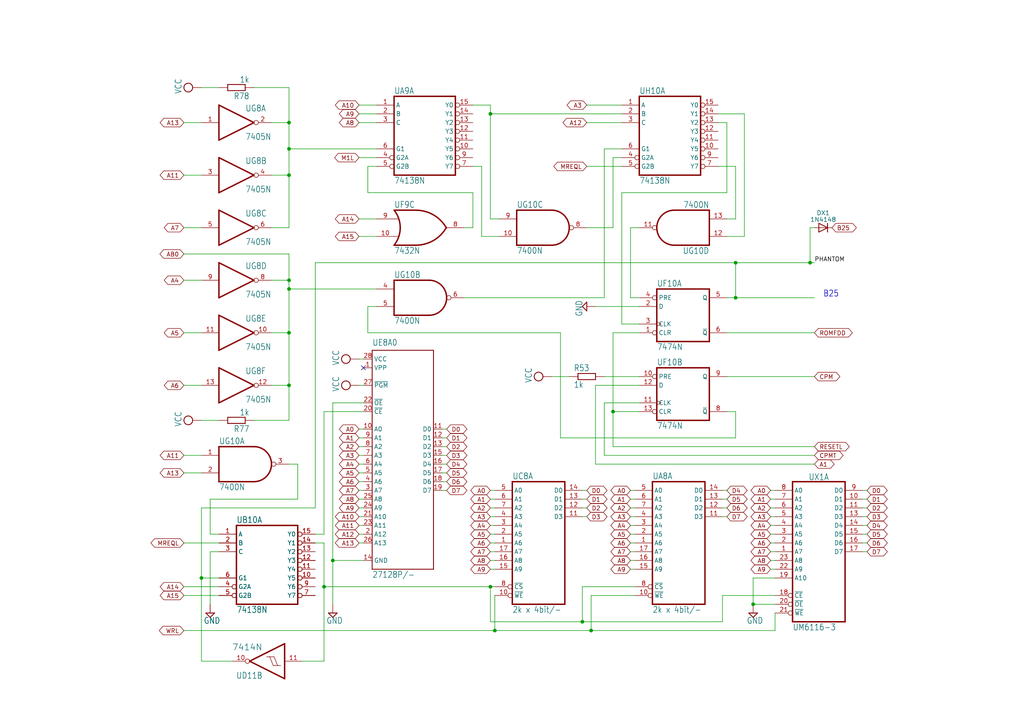
<source format=kicad_sch>
(kicad_sch (version 20230121) (generator eeschema)
  (paper "A4")
  (lib_symbols
    (symbol "HC2000:1N4148DO35-7"
      (property "Reference" "D" (at 2.54 0.4826 0))
      (property "Value" "1N4148DO35-7" (at 2.54 -2.3114 0))
      (symbol "1N4148DO35-7_1_0"
        (pin passive line (at -2.54 0 0) (length 2.54) (name "A") (number "A"))
        (pin passive line (at 2.54 0 180) (length 2.54) (name "C") (number "C"))
      )
    )
    (symbol "HC2000:2114"
      (property "Reference" "IC" (at -0.635 -0.635 0))
      (symbol "2114_1_0"
        (pin input line (at -12.7 0 0) (length 5.08) (name "A6") (number "1"))
        (pin input inverted (at -12.7 -15.24 0) (length 5.08) (name "~{WE}") (number "10"))
        (pin bidirectional line (at 12.7 7.62 180) (length 5.08) (name "D3") (number "11"))
        (pin bidirectional line (at 12.7 10.16 180) (length 5.08) (name "D2") (number "12"))
        (pin bidirectional line (at 12.7 12.7 180) (length 5.08) (name "D1") (number "13"))
        (pin bidirectional line (at 12.7 15.24 180) (length 5.08) (name "D0") (number "14"))
        (pin input line (at -12.7 -7.62 0) (length 5.08) (name "A9") (number "15"))
        (pin input line (at -12.7 -5.08 0) (length 5.08) (name "A8") (number "16"))
        (pin input line (at -12.7 -2.54 0) (length 5.08) (name "A7") (number "17"))
        (pin input line (at -12.7 2.54 0) (length 5.08) (name "A5") (number "2"))
        (pin input line (at -12.7 5.08 0) (length 5.08) (name "A4") (number "3"))
        (pin input line (at -12.7 7.62 0) (length 5.08) (name "A3") (number "4"))
        (pin input line (at -12.7 15.24 0) (length 5.08) (name "A0") (number "5"))
        (pin input line (at -12.7 12.7 0) (length 5.08) (name "A1") (number "6"))
        (pin input line (at -12.7 10.16 0) (length 5.08) (name "A2") (number "7"))
        (pin input inverted (at -12.7 -12.7 0) (length 5.08) (name "~{CS}") (number "8"))
      )
      (symbol "2114_2_0"
        (text "GND" (at 1.905 -5.588 900) (effects (font (size 1.27 1.0795)) (justify left bottom)))
        (text "VCC" (at 1.905 2.413 900) (effects (font (size 1.27 1.0795)) (justify left bottom)))
        (pin power_in line (at 0 7.62 270) (length 5.08) (name "VCC") (number "18"))
        (pin power_in line (at 0 -7.62 90) (length 5.08) (name "GND") (number "9"))
      )
    )
    (symbol "HC2000:27128P"
      (property "Reference" "IC" (at -7.62 31.75 0))
      (property "Value" "27128P" (at -7.62 -35.56 0))
      (symbol "27128P_1_0"
        (pin input line (at -10.16 25.4 0) (length 2.54) (name "VPP") (number "1"))
        (pin input line (at -10.16 7.62 0) (length 2.54) (name "A0") (number "10"))
        (pin tri_state line (at 12.7 7.62 180) (length 2.54) (name "D0") (number "11"))
        (pin tri_state line (at 12.7 5.08 180) (length 2.54) (name "D1") (number "12"))
        (pin tri_state line (at 12.7 2.54 180) (length 2.54) (name "D2") (number "13"))
        (pin power_in line (at -10.16 -30.48 0) (length 2.54) (name "GND") (number "14"))
        (pin tri_state line (at 12.7 0 180) (length 2.54) (name "D3") (number "15"))
        (pin tri_state line (at 12.7 -2.54 180) (length 2.54) (name "D4") (number "16"))
        (pin tri_state line (at 12.7 -5.08 180) (length 2.54) (name "D5") (number "17"))
        (pin tri_state line (at 12.7 -7.62 180) (length 2.54) (name "D6") (number "18"))
        (pin tri_state line (at 12.7 -10.16 180) (length 2.54) (name "D7") (number "19"))
        (pin input line (at -10.16 -22.86 0) (length 2.54) (name "A12") (number "2"))
        (pin input line (at -10.16 12.7 0) (length 2.54) (name "~{CE}") (number "20"))
        (pin input line (at -10.16 -17.78 0) (length 2.54) (name "A10") (number "21"))
        (pin input line (at -10.16 15.24 0) (length 2.54) (name "~{OE}") (number "22"))
        (pin input line (at -10.16 -20.32 0) (length 2.54) (name "A11") (number "23"))
        (pin input line (at -10.16 -15.24 0) (length 2.54) (name "A9") (number "24"))
        (pin input line (at -10.16 -12.7 0) (length 2.54) (name "A8") (number "25"))
        (pin input line (at -10.16 -25.4 0) (length 2.54) (name "A13") (number "26"))
        (pin passive line (at -10.16 20.32 0) (length 2.54) (name "~{PGM}") (number "27"))
        (pin power_in line (at -10.16 27.94 0) (length 2.54) (name "VCC") (number "28"))
        (pin input line (at -10.16 -10.16 0) (length 2.54) (name "A7") (number "3"))
        (pin input line (at -10.16 -7.62 0) (length 2.54) (name "A6") (number "4"))
        (pin input line (at -10.16 -5.08 0) (length 2.54) (name "A5") (number "5"))
        (pin input line (at -10.16 -2.54 0) (length 2.54) (name "A4") (number "6"))
        (pin input line (at -10.16 0 0) (length 2.54) (name "A3") (number "7"))
        (pin input line (at -10.16 2.54 0) (length 2.54) (name "A2") (number "8"))
        (pin input line (at -10.16 5.08 0) (length 2.54) (name "A1") (number "9"))
      )
    )
    (symbol "HC2000:6116"
      (property "Reference" "IC" (at -0.635 -0.635 0))
      (symbol "6116_1_0"
        (pin input line (at -12.7 -2.54 0) (length 5.08) (name "A7") (number "1"))
        (pin bidirectional line (at 12.7 12.7 180) (length 5.08) (name "D1") (number "10"))
        (pin bidirectional line (at 12.7 10.16 180) (length 5.08) (name "D2") (number "11"))
        (pin bidirectional line (at 12.7 7.62 180) (length 5.08) (name "D3") (number "13"))
        (pin bidirectional line (at 12.7 5.08 180) (length 5.08) (name "D4") (number "14"))
        (pin bidirectional line (at 12.7 2.54 180) (length 5.08) (name "D5") (number "15"))
        (pin bidirectional line (at 12.7 0 180) (length 5.08) (name "D6") (number "16"))
        (pin bidirectional line (at 12.7 -2.54 180) (length 5.08) (name "D7") (number "17"))
        (pin input inverted (at -12.7 -15.24 0) (length 5.08) (name "~{CE}") (number "18"))
        (pin input line (at -12.7 -10.16 0) (length 5.08) (name "A10") (number "19"))
        (pin input line (at -12.7 0 0) (length 5.08) (name "A6") (number "2"))
        (pin input inverted (at -12.7 -17.78 0) (length 5.08) (name "~{OE}") (number "20"))
        (pin input inverted (at -12.7 -20.32 0) (length 5.08) (name "~{WE}") (number "21"))
        (pin input line (at -12.7 -7.62 0) (length 5.08) (name "A9") (number "22"))
        (pin input line (at -12.7 -5.08 0) (length 5.08) (name "A8") (number "23"))
        (pin input line (at -12.7 2.54 0) (length 5.08) (name "A5") (number "3"))
        (pin input line (at -12.7 5.08 0) (length 5.08) (name "A4") (number "4"))
        (pin input line (at -12.7 7.62 0) (length 5.08) (name "A3") (number "5"))
        (pin input line (at -12.7 10.16 0) (length 5.08) (name "A2") (number "6"))
        (pin input line (at -12.7 12.7 0) (length 5.08) (name "A1") (number "7"))
        (pin input line (at -12.7 15.24 0) (length 5.08) (name "A0") (number "8"))
        (pin bidirectional line (at 12.7 15.24 180) (length 5.08) (name "D0") (number "9"))
      )
      (symbol "6116_2_0"
        (text "GND" (at 1.905 -5.588 900) (effects (font (size 1.27 1.0795)) (justify left bottom)))
        (text "VCC" (at 1.905 2.413 900) (effects (font (size 1.27 1.0795)) (justify left bottom)))
        (pin power_in line (at 0 -7.62 90) (length 5.08) (name "GND") (number "12"))
        (pin power_in line (at 0 7.62 270) (length 5.08) (name "VCC") (number "24"))
      )
    )
    (symbol "HC2000:7400N"
      (property "Reference" "IC" (at -0.635 -0.635 0))
      (symbol "7400N_1_0"
        (pin input line (at -12.7 2.54 0) (length 5.08) (name "I0") (number "1"))
        (pin input line (at -12.7 -2.54 0) (length 5.08) (name "I1") (number "2"))
        (pin output inverted (at 12.7 0 180) (length 5.08) (name "O") (number "3"))
      )
      (symbol "7400N_2_0"
        (pin input line (at -12.7 2.54 0) (length 5.08) (name "I0") (number "4"))
        (pin input line (at -12.7 -2.54 0) (length 5.08) (name "I1") (number "5"))
        (pin output inverted (at 12.7 0 180) (length 5.08) (name "O") (number "6"))
      )
      (symbol "7400N_3_0"
        (pin input line (at -12.7 -2.54 0) (length 5.08) (name "I1") (number "10"))
        (pin output inverted (at 12.7 0 180) (length 5.08) (name "O") (number "8"))
        (pin input line (at -12.7 2.54 0) (length 5.08) (name "I0") (number "9"))
      )
      (symbol "7400N_4_0"
        (pin output inverted (at 12.7 0 180) (length 5.08) (name "O") (number "11"))
        (pin input line (at -12.7 2.54 0) (length 5.08) (name "I0") (number "12"))
        (pin input line (at -12.7 -2.54 0) (length 5.08) (name "I1") (number "13"))
      )
      (symbol "7400N_5_0"
        (text "GND" (at 1.905 -7.62 900) (effects (font (size 1.27 1.0795)) (justify left bottom)))
        (text "VCC" (at 1.905 5.08 900) (effects (font (size 1.27 1.0795)) (justify left bottom)))
        (pin power_in line (at 0 10.16 270) (length 7.62) (name "VCC") (number "14"))
        (pin power_in line (at 0 -10.16 90) (length 7.62) (name "GND") (number "7"))
      )
    )
    (symbol "HC2000:7405N"
      (property "Reference" "IC" (at -0.635 -0.635 0))
      (symbol "7405N_1_0"
        (pin input line (at -10.16 0 0) (length 5.08) (name "I") (number "1"))
        (pin open_collector inverted (at 10.16 0 180) (length 5.08) (name "O") (number "2"))
      )
      (symbol "7405N_2_0"
        (pin input line (at -10.16 0 0) (length 5.08) (name "I") (number "3"))
        (pin open_collector inverted (at 10.16 0 180) (length 5.08) (name "O") (number "4"))
      )
      (symbol "7405N_3_0"
        (pin input line (at -10.16 0 0) (length 5.08) (name "I") (number "5"))
        (pin open_collector inverted (at 10.16 0 180) (length 5.08) (name "O") (number "6"))
      )
      (symbol "7405N_4_0"
        (pin open_collector inverted (at 10.16 0 180) (length 5.08) (name "O") (number "8"))
        (pin input line (at -10.16 0 0) (length 5.08) (name "I") (number "9"))
      )
      (symbol "7405N_5_0"
        (pin open_collector inverted (at 10.16 0 180) (length 5.08) (name "O") (number "10"))
        (pin input line (at -10.16 0 0) (length 5.08) (name "I") (number "11"))
      )
      (symbol "7405N_6_0"
        (pin open_collector inverted (at 10.16 0 180) (length 5.08) (name "O") (number "12"))
        (pin input line (at -10.16 0 0) (length 5.08) (name "I") (number "13"))
      )
      (symbol "7405N_7_0"
        (text "GND" (at 1.905 -7.62 900) (effects (font (size 1.27 1.0795)) (justify left bottom)))
        (text "VCC" (at 1.905 5.08 900) (effects (font (size 1.27 1.0795)) (justify left bottom)))
        (pin power_in line (at 0 10.16 270) (length 7.62) (name "VCC") (number "14"))
        (pin power_in line (at 0 -10.16 90) (length 7.62) (name "GND") (number "7"))
      )
    )
    (symbol "HC2000:74138N"
      (property "Reference" "IC" (at -0.635 -0.635 0))
      (symbol "74138N_1_0"
        (pin input line (at -15.24 7.62 0) (length 5.08) (name "A") (number "1"))
        (pin output inverted (at 12.7 -5.08 180) (length 5.08) (name "Y5") (number "10"))
        (pin output inverted (at 12.7 -2.54 180) (length 5.08) (name "Y4") (number "11"))
        (pin output inverted (at 12.7 0 180) (length 5.08) (name "Y3") (number "12"))
        (pin output inverted (at 12.7 2.54 180) (length 5.08) (name "Y2") (number "13"))
        (pin output inverted (at 12.7 5.08 180) (length 5.08) (name "Y1") (number "14"))
        (pin output inverted (at 12.7 7.62 180) (length 5.08) (name "Y0") (number "15"))
        (pin input line (at -15.24 5.08 0) (length 5.08) (name "B") (number "2"))
        (pin input line (at -15.24 2.54 0) (length 5.08) (name "C") (number "3"))
        (pin input inverted (at -15.24 -7.62 0) (length 5.08) (name "G2A") (number "4"))
        (pin input inverted (at -15.24 -10.16 0) (length 5.08) (name "G2B") (number "5"))
        (pin input line (at -15.24 -5.08 0) (length 5.08) (name "G1") (number "6"))
        (pin output inverted (at 12.7 -10.16 180) (length 5.08) (name "Y7") (number "7"))
        (pin output inverted (at 12.7 -7.62 180) (length 5.08) (name "Y6") (number "9"))
      )
      (symbol "74138N_2_0"
        (text "GND" (at 1.905 -7.62 900) (effects (font (size 1.27 1.0795)) (justify left bottom)))
        (text "VCC" (at 1.905 5.08 900) (effects (font (size 1.27 1.0795)) (justify left bottom)))
        (pin power_in line (at 0 10.16 270) (length 7.62) (name "VCC") (number "16"))
        (pin power_in line (at 0 -10.16 90) (length 7.62) (name "GND") (number "8"))
      )
    )
    (symbol "HC2000:7414N"
      (property "Reference" "IC" (at -0.635 -0.635 0))
      (symbol "7414N_1_0"
        (pin output inverted (at 10.16 0 180) (length 5.08) (name "O") (number "12"))
        (pin input line (at -10.16 0 0) (length 5.08) (name "I") (number "13"))
      )
      (symbol "7414N_2_0"
        (pin output inverted (at 10.16 0 180) (length 5.08) (name "O") (number "10"))
        (pin input line (at -10.16 0 0) (length 5.08) (name "I") (number "11"))
      )
      (symbol "7414N_3_0"
        (pin output inverted (at 10.16 0 180) (length 5.08) (name "O") (number "8"))
        (pin input line (at -10.16 0 0) (length 5.08) (name "I") (number "9"))
      )
      (symbol "7414N_4_0"
        (pin input line (at -10.16 0 0) (length 5.08) (name "I") (number "1"))
        (pin output inverted (at 10.16 0 180) (length 5.08) (name "O") (number "2"))
      )
      (symbol "7414N_5_0"
        (pin input line (at -10.16 0 0) (length 5.08) (name "I") (number "3"))
        (pin output inverted (at 10.16 0 180) (length 5.08) (name "O") (number "4"))
      )
      (symbol "7414N_6_0"
        (pin input line (at -10.16 0 0) (length 5.08) (name "I") (number "5"))
        (pin output inverted (at 10.16 0 180) (length 5.08) (name "O") (number "6"))
      )
      (symbol "7414N_7_0"
        (text "GND" (at 1.905 -7.62 900) (effects (font (size 1.27 1.0795)) (justify left bottom)))
        (text "VCC" (at 1.905 5.08 900) (effects (font (size 1.27 1.0795)) (justify left bottom)))
        (pin power_in line (at 0 10.16 270) (length 7.62) (name "VCC") (number "14"))
        (pin power_in line (at 0 -10.16 90) (length 7.62) (name "GND") (number "7"))
      )
    )
    (symbol "HC2000:7432N"
      (property "Reference" "IC" (at -0.635 -0.635 0))
      (symbol "7432N_1_0"
        (pin input line (at -12.7 2.54 0) (length 5.08) (name "I0") (number "1"))
        (pin input line (at -12.7 -2.54 0) (length 5.08) (name "I1") (number "2"))
        (pin output line (at 12.7 0 180) (length 5.08) (name "O") (number "3"))
      )
      (symbol "7432N_2_0"
        (pin input line (at -12.7 2.54 0) (length 5.08) (name "I0") (number "4"))
        (pin input line (at -12.7 -2.54 0) (length 5.08) (name "I1") (number "5"))
        (pin output line (at 12.7 0 180) (length 5.08) (name "O") (number "6"))
      )
      (symbol "7432N_3_0"
        (pin input line (at -12.7 -2.54 0) (length 5.08) (name "I1") (number "10"))
        (pin output line (at 12.7 0 180) (length 5.08) (name "O") (number "8"))
        (pin input line (at -12.7 2.54 0) (length 5.08) (name "I0") (number "9"))
      )
      (symbol "7432N_4_0"
        (pin output line (at 12.7 0 180) (length 5.08) (name "O") (number "11"))
        (pin input line (at -12.7 2.54 0) (length 5.08) (name "I0") (number "12"))
        (pin input line (at -12.7 -2.54 0) (length 5.08) (name "I1") (number "13"))
      )
      (symbol "7432N_5_0"
        (text "GND" (at 1.905 -7.62 900) (effects (font (size 1.27 1.0795)) (justify left bottom)))
        (text "VCC" (at 1.905 5.08 900) (effects (font (size 1.27 1.0795)) (justify left bottom)))
        (pin power_in line (at 0 10.16 270) (length 7.62) (name "VCC") (number "14"))
        (pin power_in line (at 0 -10.16 90) (length 7.62) (name "GND") (number "7"))
      )
    )
    (symbol "HC2000:7474N"
      (property "Reference" "IC" (at -0.635 -0.635 0))
      (symbol "7474N_1_0"
        (pin input inverted (at -12.7 -5.08 0) (length 5.08) (name "CLR") (number "1"))
        (pin input line (at -12.7 2.54 0) (length 5.08) (name "D") (number "2"))
        (pin input clock (at -12.7 -2.54 0) (length 5.08) (name "CLK") (number "3"))
        (pin input inverted (at -12.7 5.08 0) (length 5.08) (name "PRE") (number "4"))
        (pin output line (at 12.7 5.08 180) (length 5.08) (name "Q") (number "5"))
        (pin output line (at 12.7 -5.08 180) (length 5.08) (name "~{Q}") (number "6"))
      )
      (symbol "7474N_2_0"
        (pin input inverted (at -12.7 5.08 0) (length 5.08) (name "PRE") (number "10"))
        (pin input clock (at -12.7 -2.54 0) (length 5.08) (name "CLK") (number "11"))
        (pin input line (at -12.7 2.54 0) (length 5.08) (name "D") (number "12"))
        (pin input inverted (at -12.7 -5.08 0) (length 5.08) (name "CLR") (number "13"))
        (pin output line (at 12.7 -5.08 180) (length 5.08) (name "~{Q}") (number "8"))
        (pin output line (at 12.7 5.08 180) (length 5.08) (name "Q") (number "9"))
      )
      (symbol "7474N_3_0"
        (text "GND" (at 1.905 -7.62 900) (effects (font (size 1.27 1.0795)) (justify left bottom)))
        (text "VCC" (at 1.905 5.08 900) (effects (font (size 1.27 1.0795)) (justify left bottom)))
        (pin power_in line (at 0 10.16 270) (length 7.62) (name "VCC") (number "14"))
        (pin power_in line (at 0 -10.16 90) (length 7.62) (name "GND") (number "7"))
      )
    )
    (symbol "HC2000:GND" (power)
      (property "Value" "GND" (at -1.905 -3.175 0))
      (symbol "GND_1_0"
        (pin power_in line (at 0 2.54 270) (length 2.54) (name "GND") (number "1"))
      )
    )
    (symbol "HC2000:R-EU_0204{slash}7"
      (property "Reference" "R" (at -3.81 1.4986 0))
      (property "Value" "R-EU_0204{slash}7" (at -3.81 -3.302 0))
      (symbol "R-EU_0204{slash}7_1_0"
        (pin passive line (at -5.08 0 0) (length 2.54) (name "1") (number "1"))
        (pin passive line (at 5.08 0 180) (length 2.54) (name "2") (number "2"))
      )
    )
    (symbol "HC2000:VCC" (power)
      (property "Value" "VCC" (at -1.905 3.175 0))
      (symbol "VCC_1_0"
        (pin power_in line (at 0 -2.54 90) (length 2.54) (name "VCC") (number "1"))
      )
    )
  )
  (junction (at 213.36 86.36))
  (junction (at 83.82 81.28))
  (junction (at 83.82 83.82))
  (junction (at 83.82 96.52))
  (junction (at 168.91 180.34))
  (junction (at 218.44 175.26))
  (junction (at 58.42 167.64))
  (junction (at 142.24 33.02))
  (junction (at 83.82 50.8))
  (junction (at 213.36 76.2))
  (junction (at 143.51 182.88))
  (junction (at 83.82 35.56))
  (junction (at 171.45 182.88))
  (junction (at 234.95 76.2))
  (junction (at 83.82 111.76))
  (junction (at 83.82 43.18))
  (junction (at 96.52 162.56))
  (junction (at 93.98 170.18))
  (junction (at 142.24 170.18))
  (junction (at 177.8 119.38))
  (no_connect (at 105.41 106.68))
  (wire (pts (xy 106.68 55.88) (xy 106.68 48.26)))
  (wire (pts (xy 83.82 111.76) (xy 78.74 111.76)))
  (wire (pts (xy 177.8 129.54) (xy 177.8 119.38)))
  (wire (pts (xy 162.56 96.52) (xy 106.68 96.52)))
  (wire (pts (xy 142.24 160.02) (xy 143.51 160.02)))
  (wire (pts (xy 106.68 96.52) (xy 106.68 88.9)))
  (wire (pts (xy 104.14 157.48) (xy 105.41 157.48)))
  (wire (pts (xy 180.34 55.88) (xy 210.82 55.88)))
  (wire (pts (xy 223.52 162.56) (xy 224.79 162.56)))
  (wire (pts (xy 213.36 86.36) (xy 210.82 86.36)))
  (wire (pts (xy 53.34 170.18) (xy 63.5 170.18)))
  (wire (pts (xy 251.46 144.78) (xy 250.19 144.78)))
  (wire (pts (xy 170.18 48.26) (xy 180.34 48.26)))
  (wire (pts (xy 236.22 86.36) (xy 213.36 86.36)))
  (wire (pts (xy 53.34 137.16) (xy 58.42 137.16)))
  (wire (pts (xy 182.88 147.32) (xy 184.15 147.32)))
  (wire (pts (xy 142.24 170.18) (xy 143.51 170.18)))
  (wire (pts (xy 177.8 66.04) (xy 177.8 45.72)))
  (wire (pts (xy 170.18 149.86) (xy 168.91 149.86)))
  (wire (pts (xy 93.98 119.38) (xy 93.98 154.94)))
  (wire (pts (xy 129.54 134.62) (xy 128.27 134.62)))
  (wire (pts (xy 104.14 124.46) (xy 105.41 124.46)))
  (wire (pts (xy 182.88 149.86) (xy 184.15 149.86)))
  (wire (pts (xy 104.14 35.56) (xy 109.22 35.56)))
  (wire (pts (xy 137.16 55.88) (xy 106.68 55.88)))
  (wire (pts (xy 104.14 45.72) (xy 109.22 45.72)))
  (wire (pts (xy 104.14 134.62) (xy 105.41 134.62)))
  (wire (pts (xy 236.22 76.2) (xy 234.95 76.2)))
  (wire (pts (xy 104.14 137.16) (xy 105.41 137.16)))
  (wire (pts (xy 182.88 152.4) (xy 184.15 152.4)))
  (wire (pts (xy 182.88 154.94) (xy 184.15 154.94)))
  (wire (pts (xy 60.96 175.26) (xy 60.96 160.02)))
  (wire (pts (xy 209.55 172.72) (xy 209.55 180.34)))
  (wire (pts (xy 218.44 175.26) (xy 224.79 175.26)))
  (wire (pts (xy 104.14 132.08) (xy 105.41 132.08)))
  (wire (pts (xy 224.79 177.8) (xy 224.79 182.88)))
  (wire (pts (xy 224.79 182.88) (xy 171.45 182.88)))
  (wire (pts (xy 172.72 134.62) (xy 172.72 111.76)))
  (wire (pts (xy 175.26 116.84) (xy 185.42 116.84)))
  (wire (pts (xy 91.44 147.32) (xy 58.42 147.32)))
  (wire (pts (xy 104.14 147.32) (xy 105.41 147.32)))
  (wire (pts (xy 137.16 66.04) (xy 137.16 55.88)))
  (wire (pts (xy 213.36 63.5) (xy 213.36 48.26)))
  (wire (pts (xy 104.14 154.94) (xy 105.41 154.94)))
  (wire (pts (xy 234.95 76.2) (xy 213.36 76.2)))
  (wire (pts (xy 210.82 142.24) (xy 209.55 142.24)))
  (wire (pts (xy 251.46 147.32) (xy 250.19 147.32)))
  (wire (pts (xy 223.52 160.02) (xy 224.79 160.02)))
  (wire (pts (xy 170.18 142.24) (xy 168.91 142.24)))
  (wire (pts (xy 223.52 149.86) (xy 224.79 149.86)))
  (wire (pts (xy 104.14 142.24) (xy 105.41 142.24)))
  (wire (pts (xy 160.02 109.22) (xy 165.1 109.22)))
  (wire (pts (xy 224.79 172.72) (xy 209.55 172.72)))
  (wire (pts (xy 171.45 182.88) (xy 143.51 182.88)))
  (wire (pts (xy 223.52 144.78) (xy 224.79 144.78)))
  (wire (pts (xy 170.18 144.78) (xy 168.91 144.78)))
  (wire (pts (xy 63.5 154.94) (xy 60.96 154.94)))
  (wire (pts (xy 142.24 180.34) (xy 142.24 170.18)))
  (wire (pts (xy 182.88 142.24) (xy 184.15 142.24)))
  (wire (pts (xy 86.36 144.78) (xy 86.36 134.62)))
  (wire (pts (xy 83.82 43.18) (xy 83.82 50.8)))
  (wire (pts (xy 223.52 157.48) (xy 224.79 157.48)))
  (wire (pts (xy 53.34 73.66) (xy 83.82 73.66)))
  (wire (pts (xy 142.24 33.02) (xy 142.24 30.48)))
  (wire (pts (xy 129.54 139.7) (xy 128.27 139.7)))
  (wire (pts (xy 86.36 134.62) (xy 83.82 134.62)))
  (wire (pts (xy 142.24 154.94) (xy 143.51 154.94)))
  (wire (pts (xy 142.24 147.32) (xy 143.51 147.32)))
  (wire (pts (xy 144.78 63.5) (xy 142.24 63.5)))
  (wire (pts (xy 53.34 111.76) (xy 58.42 111.76)))
  (wire (pts (xy 83.82 96.52) (xy 83.82 111.76)))
  (wire (pts (xy 104.14 144.78) (xy 105.41 144.78)))
  (wire (pts (xy 184.15 172.72) (xy 171.45 172.72)))
  (wire (pts (xy 177.8 119.38) (xy 185.42 119.38)))
  (wire (pts (xy 172.72 111.76) (xy 185.42 111.76)))
  (wire (pts (xy 213.36 127) (xy 162.56 127)))
  (wire (pts (xy 184.15 170.18) (xy 168.91 170.18)))
  (wire (pts (xy 83.82 121.92) (xy 83.82 111.76)))
  (wire (pts (xy 142.24 63.5) (xy 142.24 33.02)))
  (wire (pts (xy 213.36 48.26) (xy 208.28 48.26)))
  (wire (pts (xy 182.88 160.02) (xy 184.15 160.02)))
  (wire (pts (xy 236.22 129.54) (xy 177.8 129.54)))
  (wire (pts (xy 180.34 33.02) (xy 142.24 33.02)))
  (wire (pts (xy 78.74 35.56) (xy 83.82 35.56)))
  (wire (pts (xy 143.51 182.88) (xy 143.51 172.72)))
  (wire (pts (xy 210.82 149.86) (xy 209.55 149.86)))
  (wire (pts (xy 104.14 33.02) (xy 109.22 33.02)))
  (wire (pts (xy 142.24 149.86) (xy 143.51 149.86)))
  (wire (pts (xy 134.62 86.36) (xy 175.26 86.36)))
  (wire (pts (xy 170.18 35.56) (xy 180.34 35.56)))
  (wire (pts (xy 93.98 170.18) (xy 142.24 170.18)))
  (wire (pts (xy 53.34 35.56) (xy 58.42 35.56)))
  (wire (pts (xy 105.41 104.14) (xy 104.14 104.14)))
  (wire (pts (xy 105.41 116.84) (xy 96.52 116.84)))
  (wire (pts (xy 251.46 154.94) (xy 250.19 154.94)))
  (wire (pts (xy 182.88 66.04) (xy 185.42 66.04)))
  (wire (pts (xy 236.22 66.04) (xy 234.95 66.04)))
  (wire (pts (xy 93.98 157.48) (xy 93.98 170.18)))
  (wire (pts (xy 78.74 66.04) (xy 83.82 66.04)))
  (wire (pts (xy 53.34 157.48) (xy 63.5 157.48)))
  (wire (pts (xy 78.74 81.28) (xy 83.82 81.28)))
  (wire (pts (xy 129.54 124.46) (xy 128.27 124.46)))
  (wire (pts (xy 185.42 96.52) (xy 177.8 96.52)))
  (wire (pts (xy 58.42 191.77) (xy 58.42 167.64)))
  (wire (pts (xy 170.18 147.32) (xy 168.91 147.32)))
  (wire (pts (xy 60.96 160.02) (xy 63.5 160.02)))
  (wire (pts (xy 134.62 66.04) (xy 137.16 66.04)))
  (wire (pts (xy 104.14 152.4) (xy 105.41 152.4)))
  (wire (pts (xy 139.7 48.26) (xy 137.16 48.26)))
  (wire (pts (xy 182.88 165.1) (xy 184.15 165.1)))
  (wire (pts (xy 142.24 30.48) (xy 137.16 30.48)))
  (wire (pts (xy 218.44 167.64) (xy 218.44 175.26)))
  (wire (pts (xy 53.34 96.52) (xy 58.42 96.52)))
  (wire (pts (xy 58.42 25.4) (xy 63.5 25.4)))
  (wire (pts (xy 83.82 81.28) (xy 83.82 83.82)))
  (wire (pts (xy 182.88 162.56) (xy 184.15 162.56)))
  (wire (pts (xy 73.66 25.4) (xy 83.82 25.4)))
  (wire (pts (xy 104.14 63.5) (xy 109.22 63.5)))
  (wire (pts (xy 129.54 137.16) (xy 128.27 137.16)))
  (wire (pts (xy 210.82 147.32) (xy 209.55 147.32)))
  (wire (pts (xy 223.52 142.24) (xy 224.79 142.24)))
  (wire (pts (xy 182.88 86.36) (xy 182.88 66.04)))
  (wire (pts (xy 210.82 144.78) (xy 209.55 144.78)))
  (wire (pts (xy 73.66 121.92) (xy 83.82 121.92)))
  (wire (pts (xy 105.41 111.76) (xy 104.14 111.76)))
  (wire (pts (xy 139.7 68.58) (xy 139.7 48.26)))
  (wire (pts (xy 83.82 96.52) (xy 78.74 96.52)))
  (wire (pts (xy 83.82 83.82) (xy 83.82 96.52)))
  (wire (pts (xy 168.91 180.34) (xy 142.24 180.34)))
  (wire (pts (xy 83.82 35.56) (xy 83.82 43.18)))
  (wire (pts (xy 109.22 43.18) (xy 83.82 43.18)))
  (wire (pts (xy 171.45 172.72) (xy 171.45 182.88)))
  (wire (pts (xy 58.42 191.77) (xy 67.31 191.77)))
  (wire (pts (xy 58.42 121.92) (xy 63.5 121.92)))
  (wire (pts (xy 236.22 109.22) (xy 210.82 109.22)))
  (wire (pts (xy 175.26 109.22) (xy 185.42 109.22)))
  (wire (pts (xy 223.52 154.94) (xy 224.79 154.94)))
  (wire (pts (xy 210.82 55.88) (xy 210.82 35.56)))
  (wire (pts (xy 224.79 167.64) (xy 218.44 167.64)))
  (wire (pts (xy 210.82 68.58) (xy 215.9 68.58)))
  (wire (pts (xy 142.24 142.24) (xy 143.51 142.24)))
  (wire (pts (xy 142.24 157.48) (xy 143.51 157.48)))
  (wire (pts (xy 60.96 154.94) (xy 60.96 144.78)))
  (wire (pts (xy 213.36 86.36) (xy 213.36 76.2)))
  (wire (pts (xy 213.36 76.2) (xy 91.44 76.2)))
  (wire (pts (xy 105.41 119.38) (xy 93.98 119.38)))
  (wire (pts (xy 53.34 132.08) (xy 58.42 132.08)))
  (wire (pts (xy 210.82 35.56) (xy 208.28 35.56)))
  (wire (pts (xy 177.8 96.52) (xy 177.8 119.38)))
  (wire (pts (xy 129.54 142.24) (xy 128.27 142.24)))
  (wire (pts (xy 83.82 66.04) (xy 83.82 50.8)))
  (wire (pts (xy 53.34 81.28) (xy 58.42 81.28)))
  (wire (pts (xy 236.22 134.62) (xy 172.72 134.62)))
  (wire (pts (xy 213.36 119.38) (xy 213.36 127)))
  (wire (pts (xy 96.52 116.84) (xy 96.52 162.56)))
  (wire (pts (xy 91.44 157.48) (xy 93.98 157.48)))
  (wire (pts (xy 129.54 127) (xy 128.27 127)))
  (wire (pts (xy 175.26 43.18) (xy 180.34 43.18)))
  (wire (pts (xy 53.34 66.04) (xy 58.42 66.04)))
  (wire (pts (xy 109.22 83.82) (xy 83.82 83.82)))
  (wire (pts (xy 180.34 93.98) (xy 180.34 55.88)))
  (wire (pts (xy 96.52 162.56) (xy 105.41 162.56)))
  (wire (pts (xy 185.42 88.9) (xy 172.72 88.9)))
  (wire (pts (xy 104.14 129.54) (xy 105.41 129.54)))
  (wire (pts (xy 142.24 144.78) (xy 143.51 144.78)))
  (wire (pts (xy 251.46 149.86) (xy 250.19 149.86)))
  (wire (pts (xy 223.52 165.1) (xy 224.79 165.1)))
  (wire (pts (xy 185.42 86.36) (xy 182.88 86.36)))
  (wire (pts (xy 104.14 139.7) (xy 105.41 139.7)))
  (wire (pts (xy 83.82 25.4) (xy 83.82 35.56)))
  (wire (pts (xy 144.78 68.58) (xy 139.7 68.58)))
  (wire (pts (xy 58.42 147.32) (xy 58.42 167.64)))
  (wire (pts (xy 182.88 144.78) (xy 184.15 144.78)))
  (wire (pts (xy 142.24 162.56) (xy 143.51 162.56)))
  (wire (pts (xy 185.42 93.98) (xy 180.34 93.98)))
  (wire (pts (xy 104.14 30.48) (xy 109.22 30.48)))
  (wire (pts (xy 177.8 45.72) (xy 180.34 45.72)))
  (wire (pts (xy 53.34 182.88) (xy 143.51 182.88)))
  (wire (pts (xy 210.82 63.5) (xy 213.36 63.5)))
  (wire (pts (xy 168.91 170.18) (xy 168.91 180.34)))
  (wire (pts (xy 182.88 157.48) (xy 184.15 157.48)))
  (wire (pts (xy 58.42 167.64) (xy 63.5 167.64)))
  (wire (pts (xy 83.82 73.66) (xy 83.82 81.28)))
  (wire (pts (xy 223.52 147.32) (xy 224.79 147.32)))
  (wire (pts (xy 106.68 48.26) (xy 109.22 48.26)))
  (wire (pts (xy 234.95 66.04) (xy 234.95 76.2)))
  (wire (pts (xy 170.18 66.04) (xy 177.8 66.04)))
  (wire (pts (xy 53.34 172.72) (xy 63.5 172.72)))
  (wire (pts (xy 129.54 129.54) (xy 128.27 129.54)))
  (wire (pts (xy 104.14 127) (xy 105.41 127)))
  (wire (pts (xy 251.46 160.02) (xy 250.19 160.02)))
  (wire (pts (xy 53.34 50.8) (xy 58.42 50.8)))
  (wire (pts (xy 104.14 149.86) (xy 105.41 149.86)))
  (wire (pts (xy 142.24 165.1) (xy 143.51 165.1)))
  (wire (pts (xy 91.44 76.2) (xy 91.44 147.32)))
  (wire (pts (xy 236.22 96.52) (xy 210.82 96.52)))
  (wire (pts (xy 170.18 30.48) (xy 180.34 30.48)))
  (wire (pts (xy 60.96 144.78) (xy 86.36 144.78)))
  (wire (pts (xy 210.82 119.38) (xy 213.36 119.38)))
  (wire (pts (xy 251.46 157.48) (xy 250.19 157.48)))
  (wire (pts (xy 236.22 132.08) (xy 175.26 132.08)))
  (wire (pts (xy 104.14 68.58) (xy 109.22 68.58)))
  (wire (pts (xy 175.26 132.08) (xy 175.26 116.84)))
  (wire (pts (xy 209.55 180.34) (xy 168.91 180.34)))
  (wire (pts (xy 162.56 127) (xy 162.56 96.52)))
  (wire (pts (xy 93.98 154.94) (xy 91.44 154.94)))
  (wire (pts (xy 251.46 142.24) (xy 250.19 142.24)))
  (wire (pts (xy 215.9 33.02) (xy 208.28 33.02)))
  (wire (pts (xy 93.98 191.77) (xy 93.98 170.18)))
  (wire (pts (xy 223.52 152.4) (xy 224.79 152.4)))
  (wire (pts (xy 175.26 86.36) (xy 175.26 43.18)))
  (wire (pts (xy 142.24 152.4) (xy 143.51 152.4)))
  (wire (pts (xy 106.68 88.9) (xy 109.22 88.9)))
  (wire (pts (xy 251.46 152.4) (xy 250.19 152.4)))
  (wire (pts (xy 215.9 68.58) (xy 215.9 33.02)))
  (wire (pts (xy 83.82 50.8) (xy 78.74 50.8)))
  (wire (pts (xy 96.52 175.26) (xy 96.52 162.56)))
  (wire (pts (xy 129.54 132.08) (xy 128.27 132.08)))
  (wire (pts (xy 87.63 191.77) (xy 93.98 191.77)))
  (text "B25" (at 238.76 86.36 0) (effects (font (size 1.778 1.5113)) (justify left bottom)))
  (label "PHANTOM" (at 236.22 76.2 0) (effects (font (size 1.2446 1.2446))))
  (global_label "A6" (shape bidirectional) (at 223.52 157.48 180) (effects (font (size 1.2446 1.2446))) (property "Intersheetrefs" "${INTERSHEET_REFS}" (effects hide)))
  (global_label "A4" (shape bidirectional) (at 223.52 152.4 180) (effects (font (size 1.2446 1.2446))) (property "Intersheetrefs" "${INTERSHEET_REFS}" (effects hide)))
  (global_label "D4" (shape bidirectional) (at 129.54 134.62 0) (effects (font (size 1.2446 1.2446))) (property "Intersheetrefs" "${INTERSHEET_REFS}" (effects hide)))
  (global_label "D2" (shape bidirectional) (at 129.54 129.54 0) (effects (font (size 1.2446 1.2446))) (property "Intersheetrefs" "${INTERSHEET_REFS}" (effects hide)))
  (global_label "A12" (shape bidirectional) (at 104.14 154.94 180) (effects (font (size 1.2446 1.2446))) (property "Intersheetrefs" "${INTERSHEET_REFS}" (effects hide)))
  (global_label "A2" (shape bidirectional) (at 182.88 147.32 180) (effects (font (size 1.2446 1.2446))) (property "Intersheetrefs" "${INTERSHEET_REFS}" (effects hide)))
  (global_label "A15" (shape bidirectional) (at 53.34 172.72 180) (effects (font (size 1.2446 1.2446))) (property "Intersheetrefs" "${INTERSHEET_REFS}" (effects hide)))
  (global_label "A3" (shape bidirectional) (at 170.18 30.48 180) (effects (font (size 1.2446 1.2446))) (property "Intersheetrefs" "${INTERSHEET_REFS}" (effects hide)))
  (global_label "A11" (shape bidirectional) (at 104.14 152.4 180) (effects (font (size 1.2446 1.2446))) (property "Intersheetrefs" "${INTERSHEET_REFS}" (effects hide)))
  (global_label "A7" (shape bidirectional) (at 182.88 160.02 180) (effects (font (size 1.2446 1.2446))) (property "Intersheetrefs" "${INTERSHEET_REFS}" (effects hide)))
  (global_label "A0" (shape bidirectional) (at 142.24 142.24 180) (effects (font (size 1.2446 1.2446))) (property "Intersheetrefs" "${INTERSHEET_REFS}" (effects hide)))
  (global_label "D3" (shape bidirectional) (at 170.18 149.86 0) (effects (font (size 1.2446 1.2446))) (property "Intersheetrefs" "${INTERSHEET_REFS}" (effects hide)))
  (global_label "A2" (shape bidirectional) (at 223.52 147.32 180) (effects (font (size 1.2446 1.2446))) (property "Intersheetrefs" "${INTERSHEET_REFS}" (effects hide)))
  (global_label "D7" (shape bidirectional) (at 210.82 149.86 0) (effects (font (size 1.2446 1.2446))) (property "Intersheetrefs" "${INTERSHEET_REFS}" (effects hide)))
  (global_label "A0" (shape bidirectional) (at 182.88 142.24 180) (effects (font (size 1.2446 1.2446))) (property "Intersheetrefs" "${INTERSHEET_REFS}" (effects hide)))
  (global_label "A8" (shape bidirectional) (at 104.14 144.78 180) (effects (font (size 1.2446 1.2446))) (property "Intersheetrefs" "${INTERSHEET_REFS}" (effects hide)))
  (global_label "A4" (shape bidirectional) (at 53.34 81.28 180) (effects (font (size 1.2446 1.2446))) (property "Intersheetrefs" "${INTERSHEET_REFS}" (effects hide)))
  (global_label "D0" (shape bidirectional) (at 170.18 142.24 0) (effects (font (size 1.2446 1.2446))) (property "Intersheetrefs" "${INTERSHEET_REFS}" (effects hide)))
  (global_label "A8" (shape bidirectional) (at 182.88 162.56 180) (effects (font (size 1.2446 1.2446))) (property "Intersheetrefs" "${INTERSHEET_REFS}" (effects hide)))
  (global_label "A10" (shape bidirectional) (at 104.14 30.48 180) (effects (font (size 1.2446 1.2446))) (property "Intersheetrefs" "${INTERSHEET_REFS}" (effects hide)))
  (global_label "A9" (shape bidirectional) (at 182.88 165.1 180) (effects (font (size 1.2446 1.2446))) (property "Intersheetrefs" "${INTERSHEET_REFS}" (effects hide)))
  (global_label "D5" (shape bidirectional) (at 251.46 154.94 0) (effects (font (size 1.2446 1.2446))) (property "Intersheetrefs" "${INTERSHEET_REFS}" (effects hide)))
  (global_label "D4" (shape bidirectional) (at 251.46 152.4 0) (effects (font (size 1.2446 1.2446))) (property "Intersheetrefs" "${INTERSHEET_REFS}" (effects hide)))
  (global_label "A1" (shape bidirectional) (at 182.88 144.78 180) (effects (font (size 1.2446 1.2446))) (property "Intersheetrefs" "${INTERSHEET_REFS}" (effects hide)))
  (global_label "A14" (shape bidirectional) (at 104.14 63.5 180) (effects (font (size 1.2446 1.2446))) (property "Intersheetrefs" "${INTERSHEET_REFS}" (effects hide)))
  (global_label "A6" (shape bidirectional) (at 53.34 111.76 180) (effects (font (size 1.2446 1.2446))) (property "Intersheetrefs" "${INTERSHEET_REFS}" (effects hide)))
  (global_label "A9" (shape bidirectional) (at 142.24 165.1 180) (effects (font (size 1.2446 1.2446))) (property "Intersheetrefs" "${INTERSHEET_REFS}" (effects hide)))
  (global_label "D1" (shape bidirectional) (at 251.46 144.78 0) (effects (font (size 1.2446 1.2446))) (property "Intersheetrefs" "${INTERSHEET_REFS}" (effects hide)))
  (global_label "D2" (shape bidirectional) (at 170.18 147.32 0) (effects (font (size 1.2446 1.2446))) (property "Intersheetrefs" "${INTERSHEET_REFS}" (effects hide)))
  (global_label "D0" (shape bidirectional) (at 129.54 124.46 0) (effects (font (size 1.2446 1.2446))) (property "Intersheetrefs" "${INTERSHEET_REFS}" (effects hide)))
  (global_label "A10" (shape bidirectional) (at 104.14 149.86 180) (effects (font (size 1.2446 1.2446))) (property "Intersheetrefs" "${INTERSHEET_REFS}" (effects hide)))
  (global_label "A8" (shape bidirectional) (at 104.14 35.56 180) (effects (font (size 1.2446 1.2446))) (property "Intersheetrefs" "${INTERSHEET_REFS}" (effects hide)))
  (global_label "A9" (shape bidirectional) (at 104.14 147.32 180) (effects (font (size 1.2446 1.2446))) (property "Intersheetrefs" "${INTERSHEET_REFS}" (effects hide)))
  (global_label "CPMT" (shape bidirectional) (at 236.22 132.08 0) (effects (font (size 1.2446 1.2446))) (property "Intersheetrefs" "${INTERSHEET_REFS}" (effects hide)))
  (global_label "A7" (shape bidirectional) (at 104.14 142.24 180) (effects (font (size 1.2446 1.2446))) (property "Intersheetrefs" "${INTERSHEET_REFS}" (effects hide)))
  (global_label "A1" (shape bidirectional) (at 223.52 144.78 180) (effects (font (size 1.2446 1.2446))) (property "Intersheetrefs" "${INTERSHEET_REFS}" (effects hide)))
  (global_label "D5" (shape bidirectional) (at 129.54 137.16 0) (effects (font (size 1.2446 1.2446))) (property "Intersheetrefs" "${INTERSHEET_REFS}" (effects hide)))
  (global_label "D7" (shape bidirectional) (at 251.46 160.02 0) (effects (font (size 1.2446 1.2446))) (property "Intersheetrefs" "${INTERSHEET_REFS}" (effects hide)))
  (global_label "A5" (shape bidirectional) (at 53.34 96.52 180) (effects (font (size 1.2446 1.2446))) (property "Intersheetrefs" "${INTERSHEET_REFS}" (effects hide)))
  (global_label "A14" (shape bidirectional) (at 53.34 170.18 180) (effects (font (size 1.2446 1.2446))) (property "Intersheetrefs" "${INTERSHEET_REFS}" (effects hide)))
  (global_label "A7" (shape bidirectional) (at 223.52 160.02 180) (effects (font (size 1.2446 1.2446))) (property "Intersheetrefs" "${INTERSHEET_REFS}" (effects hide)))
  (global_label "A1" (shape bidirectional) (at 142.24 144.78 180) (effects (font (size 1.2446 1.2446))) (property "Intersheetrefs" "${INTERSHEET_REFS}" (effects hide)))
  (global_label "A5" (shape bidirectional) (at 104.14 137.16 180) (effects (font (size 1.2446 1.2446))) (property "Intersheetrefs" "${INTERSHEET_REFS}" (effects hide)))
  (global_label "A2" (shape bidirectional) (at 142.24 147.32 180) (effects (font (size 1.2446 1.2446))) (property "Intersheetrefs" "${INTERSHEET_REFS}" (effects hide)))
  (global_label "D3" (shape bidirectional) (at 251.46 149.86 0) (effects (font (size 1.2446 1.2446))) (property "Intersheetrefs" "${INTERSHEET_REFS}" (effects hide)))
  (global_label "A6" (shape bidirectional) (at 182.88 157.48 180) (effects (font (size 1.2446 1.2446))) (property "Intersheetrefs" "${INTERSHEET_REFS}" (effects hide)))
  (global_label "D6" (shape bidirectional) (at 251.46 157.48 0) (effects (font (size 1.2446 1.2446))) (property "Intersheetrefs" "${INTERSHEET_REFS}" (effects hide)))
  (global_label "A3" (shape bidirectional) (at 223.52 149.86 180) (effects (font (size 1.2446 1.2446))) (property "Intersheetrefs" "${INTERSHEET_REFS}" (effects hide)))
  (global_label "A12" (shape bidirectional) (at 170.18 35.56 180) (effects (font (size 1.2446 1.2446))) (property "Intersheetrefs" "${INTERSHEET_REFS}" (effects hide)))
  (global_label "B25" (shape bidirectional) (at 241.3 66.04 0) (effects (font (size 1.2446 1.2446))) (property "Intersheetrefs" "${INTERSHEET_REFS}" (effects hide)))
  (global_label "MREQL" (shape bidirectional) (at 170.18 48.26 180) (effects (font (size 1.2446 1.2446))) (property "Intersheetrefs" "${INTERSHEET_REFS}" (effects hide)))
  (global_label "A2" (shape bidirectional) (at 104.14 129.54 180) (effects (font (size 1.2446 1.2446))) (property "Intersheetrefs" "${INTERSHEET_REFS}" (effects hide)))
  (global_label "A15" (shape bidirectional) (at 104.14 68.58 180) (effects (font (size 1.2446 1.2446))) (property "Intersheetrefs" "${INTERSHEET_REFS}" (effects hide)))
  (global_label "A7" (shape bidirectional) (at 142.24 160.02 180) (effects (font (size 1.2446 1.2446))) (property "Intersheetrefs" "${INTERSHEET_REFS}" (effects hide)))
  (global_label "D6" (shape bidirectional) (at 129.54 139.7 0) (effects (font (size 1.2446 1.2446))) (property "Intersheetrefs" "${INTERSHEET_REFS}" (effects hide)))
  (global_label "D1" (shape bidirectional) (at 129.54 127 0) (effects (font (size 1.2446 1.2446))) (property "Intersheetrefs" "${INTERSHEET_REFS}" (effects hide)))
  (global_label "A13" (shape bidirectional) (at 53.34 35.56 180) (effects (font (size 1.2446 1.2446))) (property "Intersheetrefs" "${INTERSHEET_REFS}" (effects hide)))
  (global_label "A8" (shape bidirectional) (at 223.52 162.56 180) (effects (font (size 1.2446 1.2446))) (property "Intersheetrefs" "${INTERSHEET_REFS}" (effects hide)))
  (global_label "A4" (shape bidirectional) (at 104.14 134.62 180) (effects (font (size 1.2446 1.2446))) (property "Intersheetrefs" "${INTERSHEET_REFS}" (effects hide)))
  (global_label "A9" (shape bidirectional) (at 223.52 165.1 180) (effects (font (size 1.2446 1.2446))) (property "Intersheetrefs" "${INTERSHEET_REFS}" (effects hide)))
  (global_label "A6" (shape bidirectional) (at 104.14 139.7 180) (effects (font (size 1.2446 1.2446))) (property "Intersheetrefs" "${INTERSHEET_REFS}" (effects hide)))
  (global_label "ROMFDD" (shape bidirectional) (at 236.22 96.52 0) (effects (font (size 1.2446 1.2446))) (property "Intersheetrefs" "${INTERSHEET_REFS}" (effects hide)))
  (global_label "D6" (shape bidirectional) (at 210.82 147.32 0) (effects (font (size 1.2446 1.2446))) (property "Intersheetrefs" "${INTERSHEET_REFS}" (effects hide)))
  (global_label "A5" (shape bidirectional) (at 142.24 154.94 180) (effects (font (size 1.2446 1.2446))) (property "Intersheetrefs" "${INTERSHEET_REFS}" (effects hide)))
  (global_label "A6" (shape bidirectional) (at 142.24 157.48 180) (effects (font (size 1.2446 1.2446))) (property "Intersheetrefs" "${INTERSHEET_REFS}" (effects hide)))
  (global_label "D7" (shape bidirectional) (at 129.54 142.24 0) (effects (font (size 1.2446 1.2446))) (property "Intersheetrefs" "${INTERSHEET_REFS}" (effects hide)))
  (global_label "A11" (shape bidirectional) (at 53.34 50.8 180) (effects (font (size 1.2446 1.2446))) (property "Intersheetrefs" "${INTERSHEET_REFS}" (effects hide)))
  (global_label "A13" (shape bidirectional) (at 53.34 137.16 180) (effects (font (size 1.2446 1.2446))) (property "Intersheetrefs" "${INTERSHEET_REFS}" (effects hide)))
  (global_label "A0" (shape bidirectional) (at 104.14 124.46 180) (effects (font (size 1.2446 1.2446))) (property "Intersheetrefs" "${INTERSHEET_REFS}" (effects hide)))
  (global_label "A0" (shape bidirectional) (at 223.52 142.24 180) (effects (font (size 1.2446 1.2446))) (property "Intersheetrefs" "${INTERSHEET_REFS}" (effects hide)))
  (global_label "RESETL" (shape bidirectional) (at 236.22 129.54 0) (effects (font (size 1.2446 1.2446))) (property "Intersheetrefs" "${INTERSHEET_REFS}" (effects hide)))
  (global_label "D2" (shape bidirectional) (at 251.46 147.32 0) (effects (font (size 1.2446 1.2446))) (property "Intersheetrefs" "${INTERSHEET_REFS}" (effects hide)))
  (global_label "D3" (shape bidirectional) (at 129.54 132.08 0) (effects (font (size 1.2446 1.2446))) (property "Intersheetrefs" "${INTERSHEET_REFS}" (effects hide)))
  (global_label "A5" (shape bidirectional) (at 182.88 154.94 180) (effects (font (size 1.2446 1.2446))) (property "Intersheetrefs" "${INTERSHEET_REFS}" (effects hide)))
  (global_label "A4" (shape bidirectional) (at 142.24 152.4 180) (effects (font (size 1.2446 1.2446))) (property "Intersheetrefs" "${INTERSHEET_REFS}" (effects hide)))
  (global_label "CPM" (shape bidirectional) (at 236.22 109.22 0) (effects (font (size 1.2446 1.2446))) (property "Intersheetrefs" "${INTERSHEET_REFS}" (effects hide)))
  (global_label "A13" (shape bidirectional) (at 104.14 157.48 180) (effects (font (size 1.2446 1.2446))) (property "Intersheetrefs" "${INTERSHEET_REFS}" (effects hide)))
  (global_label "A8" (shape bidirectional) (at 142.24 162.56 180) (effects (font (size 1.2446 1.2446))) (property "Intersheetrefs" "${INTERSHEET_REFS}" (effects hide)))
  (global_label "WRL" (shape bidirectional) (at 53.34 182.88 180) (effects (font (size 1.2446 1.2446))) (property "Intersheetrefs" "${INTERSHEET_REFS}" (effects hide)))
  (global_label "M1L" (shape bidirectional) (at 104.14 45.72 180) (effects (font (size 1.2446 1.2446))) (property "Intersheetrefs" "${INTERSHEET_REFS}" (effects hide)))
  (global_label "A5" (shape bidirectional) (at 223.52 154.94 180) (effects (font (size 1.2446 1.2446))) (property "Intersheetrefs" "${INTERSHEET_REFS}" (effects hide)))
  (global_label "A7" (shape bidirectional) (at 53.34 66.04 180) (effects (font (size 1.2446 1.2446))) (property "Intersheetrefs" "${INTERSHEET_REFS}" (effects hide)))
  (global_label "A4" (shape bidirectional) (at 182.88 152.4 180) (effects (font (size 1.2446 1.2446))) (property "Intersheetrefs" "${INTERSHEET_REFS}" (effects hide)))
  (global_label "A3" (shape bidirectional) (at 182.88 149.86 180) (effects (font (size 1.2446 1.2446))) (property "Intersheetrefs" "${INTERSHEET_REFS}" (effects hide)))
  (global_label "A11" (shape bidirectional) (at 53.34 132.08 180) (effects (font (size 1.2446 1.2446))) (property "Intersheetrefs" "${INTERSHEET_REFS}" (effects hide)))
  (global_label "MREQL" (shape bidirectional) (at 53.34 157.48 180) (effects (font (size 1.2446 1.2446))) (property "Intersheetrefs" "${INTERSHEET_REFS}" (effects hide)))
  (global_label "D0" (shape bidirectional) (at 251.46 142.24 0) (effects (font (size 1.2446 1.2446))) (property "Intersheetrefs" "${INTERSHEET_REFS}" (effects hide)))
  (global_label "A9" (shape bidirectional) (at 104.14 33.02 180) (effects (font (size 1.2446 1.2446))) (property "Intersheetrefs" "${INTERSHEET_REFS}" (effects hide)))
  (global_label "A3" (shape bidirectional) (at 142.24 149.86 180) (effects (font (size 1.2446 1.2446))) (property "Intersheetrefs" "${INTERSHEET_REFS}" (effects hide)))
  (global_label "D1" (shape bidirectional) (at 170.18 144.78 0) (effects (font (size 1.2446 1.2446))) (property "Intersheetrefs" "${INTERSHEET_REFS}" (effects hide)))
  (global_label "A1" (shape bidirectional) (at 104.14 127 180) (effects (font (size 1.2446 1.2446))) (property "Intersheetrefs" "${INTERSHEET_REFS}" (effects hide)))
  (global_label "A1" (shape bidirectional) (at 236.22 134.62 0) (effects (font (size 1.2446 1.2446))) (property "Intersheetrefs" "${INTERSHEET_REFS}" (effects hide)))
  (global_label "D4" (shape bidirectional) (at 210.82 142.24 0) (effects (font (size 1.2446 1.2446))) (property "Intersheetrefs" "${INTERSHEET_REFS}" (effects hide)))
  (global_label "A3" (shape bidirectional) (at 104.14 132.08 180) (effects (font (size 1.2446 1.2446))) (property "Intersheetrefs" "${INTERSHEET_REFS}" (effects hide)))
  (global_label "AB0" (shape bidirectional) (at 53.34 73.66 180) (effects (font (size 1.2446 1.2446))) (property "Intersheetrefs" "${INTERSHEET_REFS}" (effects hide)))
  (global_label "D5" (shape bidirectional) (at 210.82 144.78 0) (effects (font (size 1.2446 1.2446))) (property "Intersheetrefs" "${INTERSHEET_REFS}" (effects hide)))
  (symbol (lib_id "HC2000:7474N") (at 198.12 91.44 0) (unit 1)
    (property "Reference" "UF10" (at 190.5 83.185 0) (effects (font (size 1.778 1.5113)) (justify left bottom)))
    (property "Value" "7474N" (at 190.5 101.6 0) (effects (font (size 1.778 1.5113)) (justify left bottom)))
    (property "Footprint" "HC2000:DIL14" (effects hide))
  )
  (symbol (lib_id "HC2000:R-EU_0204{slash}7") (at 68.58 25.4 180) (unit 1)
    (property "Reference" "R78" (at 72.39 26.8986 0) (effects (font (size 1.778 1.5113)) (justify left bottom)))
    (property "Value" "1k" (at 72.39 22.098 0) (effects (font (size 1.778 1.5113)) (justify left bottom)))
    (property "Footprint" "HC2000:0204_7" (effects hide))
  )
  (symbol (lib_id "HC2000:2114") (at 156.21 157.48 0) (unit 1)
    (property "Reference" "UC8" (at 148.59 139.065 0) (effects (font (size 1.778 1.5113)) (justify left bottom)))
    (property "Value" "2k x 4bit/-" (at 148.59 177.8 0) (effects (font (size 1.778 1.5113)) (justify left bottom)))
    (property "Footprint" "HC2000:DIL18" (effects hide))
  )
  (symbol (lib_id "HC2000:7405N") (at 68.58 81.28 0) (unit 4)
    (property "Reference" "UG8" (at 71.12 78.105 0) (effects (font (size 1.778 1.5113)) (justify left bottom)))
    (property "Value" "7405N" (at 71.12 86.36 0) (effects (font (size 1.778 1.5113)) (justify left bottom)))
    (property "Footprint" "HC2000:DIL14" (effects hide))
  )
  (symbol (lib_id "HC2000:7405N") (at 68.58 111.76 0) (unit 6)
    (property "Reference" "UG8" (at 71.12 108.585 0) (effects (font (size 1.778 1.5113)) (justify left bottom)))
    (property "Value" "7405N" (at 71.12 116.84 0) (effects (font (size 1.778 1.5113)) (justify left bottom)))
    (property "Footprint" "HC2000:DIL14" (effects hide))
  )
  (symbol (lib_id "HC2000:GND") (at 218.44 177.8 0) (unit 1)
    (property "Reference" "#SUPPLY0121" (effects hide))
    (property "Value" "GND" (at 216.535 180.975 0) (effects (font (size 1.778 1.5113)) (justify left bottom)))
    (property "Footprint" "HC2000:" (effects hide))
  )
  (symbol (lib_id "HC2000:7405N") (at 68.58 96.52 0) (unit 5)
    (property "Reference" "UG8" (at 71.12 93.345 0) (effects (font (size 1.778 1.5113)) (justify left bottom)))
    (property "Value" "7405N" (at 71.12 101.6 0) (effects (font (size 1.778 1.5113)) (justify left bottom)))
    (property "Footprint" "HC2000:DIL14" (effects hide))
  )
  (symbol (lib_id "HC2000:GND") (at 60.96 177.8 0) (unit 1)
    (property "Reference" "#SUPPLY081" (effects hide))
    (property "Value" "GND" (at 59.055 180.975 0) (effects (font (size 1.778 1.5113)) (justify left bottom)))
    (property "Footprint" "HC2000:" (effects hide))
  )
  (symbol (lib_id "HC2000:GND") (at 170.18 88.9 270) (unit 1)
    (property "Reference" "#SUPPLY080" (effects hide))
    (property "Value" "GND" (at 167.005 86.995 0) (effects (font (size 1.778 1.5113)) (justify left bottom)))
    (property "Footprint" "HC2000:" (effects hide))
  )
  (symbol (lib_id "HC2000:GND") (at 96.52 177.8 0) (unit 1)
    (property "Reference" "#SUPPLY079" (effects hide))
    (property "Value" "GND" (at 94.615 180.975 0) (effects (font (size 1.778 1.5113)) (justify left bottom)))
    (property "Footprint" "HC2000:" (effects hide))
  )
  (symbol (lib_id "HC2000:7400N") (at 71.12 134.62 0) (unit 1)
    (property "Reference" "UG10" (at 63.5 128.905 0) (effects (font (size 1.778 1.5113)) (justify left bottom)))
    (property "Value" "7400N" (at 63.5 142.24 0) (effects (font (size 1.778 1.5113)) (justify left bottom)))
    (property "Footprint" "HC2000:DIL14" (effects hide))
  )
  (symbol (lib_id "HC2000:VCC") (at 55.88 25.4 90) (unit 1)
    (property "Reference" "#SUPPLY074" (effects hide))
    (property "Value" "VCC" (at 52.705 27.305 0) (effects (font (size 1.778 1.5113)) (justify left bottom)))
    (property "Footprint" "HC2000:" (effects hide))
  )
  (symbol (lib_id "HC2000:6116") (at 237.49 157.48 0) (unit 1)
    (property "Reference" "UX1" (at 237.49 138.3574 0) (effects (font (size 1.778 1.5113))))
    (property "Value" "UM6116-3" (at 229.87 182.88 0) (effects (font (size 1.778 1.5113)) (justify left bottom)))
    (property "Footprint" "HC2000:DIL24" (effects hide))
  )
  (symbol (lib_id "HC2000:7432N") (at 121.92 66.04 0) (unit 3)
    (property "Reference" "UF9" (at 114.3 60.325 0) (effects (font (size 1.778 1.5113)) (justify left bottom)))
    (property "Value" "7432N" (at 114.3 73.66 0) (effects (font (size 1.778 1.5113)) (justify left bottom)))
    (property "Footprint" "HC2000:DIL14" (effects hide))
  )
  (symbol (lib_id "HC2000:VCC") (at 101.6 111.76 90) (unit 1)
    (property "Reference" "#SUPPLY077" (effects hide))
    (property "Value" "VCC" (at 98.425 113.665 0) (effects (font (size 1.778 1.5113)) (justify left bottom)))
    (property "Footprint" "HC2000:" (effects hide))
  )
  (symbol (lib_id "HC2000:7414N") (at 77.47 191.77 180) (unit 2)
    (property "Reference" "UD11" (at 76.2 194.945 0) (effects (font (size 1.778 1.5113)) (justify left bottom)))
    (property "Value" "7414N" (at 76.2 186.69 0) (effects (font (size 1.778 1.778)) (justify left bottom)))
    (property "Footprint" "HC2000:DIL14" (effects hide))
    (instances (project "HC2000" (path "" (reference "UD11") (unit 2)) (path "" (reference "UD11") (unit 1))))
  )
  (symbol (lib_id "HC2000:R-EU_0204{slash}7") (at 170.18 109.22 0) (unit 1)
    (property "Reference" "R53" (at 166.37 107.7214 0) (effects (font (size 1.778 1.5113)) (justify left bottom)))
    (property "Value" "1k" (at 166.37 112.522 0) (effects (font (size 1.778 1.5113)) (justify left bottom)))
    (property "Footprint" "HC2000:0204_7" (effects hide))
  )
  (symbol (lib_id "HC2000:7400N") (at 157.48 66.04 0) (unit 3)
    (property "Reference" "UG10" (at 149.86 60.325 0) (effects (font (size 1.778 1.5113)) (justify left bottom)))
    (property "Value" "7400N" (at 149.86 73.66 0) (effects (font (size 1.778 1.5113)) (justify left bottom)))
    (property "Footprint" "HC2000:DIL14" (effects hide))
  )
  (symbol (lib_id "HC2000:74138N") (at 78.74 162.56 0) (unit 1)
    (property "Reference" "UB10" (at 68.58 151.765 0) (effects (font (size 1.778 1.5113)) (justify left bottom)))
    (property "Value" "74138N" (at 68.58 177.8 0) (effects (font (size 1.778 1.5113)) (justify left bottom)))
    (property "Footprint" "HC2000:DIL16" (effects hide))
  )
  (symbol (lib_id "HC2000:VCC") (at 55.88 121.92 90) (unit 1)
    (property "Reference" "#SUPPLY075" (effects hide))
    (property "Value" "VCC" (at 52.705 123.825 0) (effects (font (size 1.778 1.5113)) (justify left bottom)))
    (property "Footprint" "HC2000:" (effects hide))
  )
  (symbol (lib_id "HC2000:7405N") (at 68.58 66.04 0) (unit 3)
    (property "Reference" "UG8" (at 71.12 62.865 0) (effects (font (size 1.778 1.5113)) (justify left bottom)))
    (property "Value" "7405N" (at 71.12 71.12 0) (effects (font (size 1.778 1.5113)) (justify left bottom)))
    (property "Footprint" "HC2000:DIL14" (effects hide))
  )
  (symbol (lib_id "HC2000:7400N") (at 121.92 86.36 0) (unit 2)
    (property "Reference" "UG10" (at 114.3 80.645 0) (effects (font (size 1.778 1.5113)) (justify left bottom)))
    (property "Value" "7400N" (at 114.3 93.98 0) (effects (font (size 1.778 1.5113)) (justify left bottom)))
    (property "Footprint" "HC2000:DIL14" (effects hide))
  )
  (symbol (lib_id "HC2000:7405N") (at 68.58 35.56 0) (unit 1)
    (property "Reference" "UG8" (at 71.12 32.385 0) (effects (font (size 1.778 1.5113)) (justify left bottom)))
    (property "Value" "7405N" (at 71.12 40.64 0) (effects (font (size 1.778 1.5113)) (justify left bottom)))
    (property "Footprint" "HC2000:DIL14" (effects hide))
  )
  (symbol (lib_id "HC2000:R-EU_0204{slash}7") (at 68.58 121.92 180) (unit 1)
    (property "Reference" "R77" (at 72.39 123.4186 0) (effects (font (size 1.778 1.5113)) (justify left bottom)))
    (property "Value" "1k" (at 72.39 118.618 0) (effects (font (size 1.778 1.5113)) (justify left bottom)))
    (property "Footprint" "HC2000:0204_7" (effects hide))
  )
  (symbol (lib_id "HC2000:27128P") (at 115.57 132.08 0) (unit 1)
    (property "Reference" "UE8A0" (at 107.95 100.33 0) (effects (font (size 1.778 1.5113)) (justify left bottom)))
    (property "Value" "27128P/-" (at 107.95 167.64 0) (effects (font (size 1.778 1.5113)) (justify left bottom)))
    (property "Footprint" "HC2000:DIL28-6" (effects hide))
  )
  (symbol (lib_id "HC2000:VCC") (at 157.48 109.22 90) (unit 1)
    (property "Reference" "#SUPPLY078" (effects hide))
    (property "Value" "VCC" (at 154.305 111.125 0) (effects (font (size 1.778 1.5113)) (justify left bottom)))
    (property "Footprint" "HC2000:" (effects hide))
  )
  (symbol (lib_id "HC2000:VCC") (at 101.6 104.14 90) (unit 1)
    (property "Reference" "#SUPPLY076" (effects hide))
    (property "Value" "VCC" (at 98.425 106.045 0) (effects (font (size 1.778 1.5113)) (justify left bottom)))
    (property "Footprint" "HC2000:" (effects hide))
  )
  (symbol (lib_id "HC2000:7400N") (at 198.12 66.04 180) (unit 4)
    (property "Reference" "UG10" (at 205.74 71.755 0) (effects (font (size 1.778 1.5113)) (justify left bottom)))
    (property "Value" "7400N" (at 205.74 58.42 0) (effects (font (size 1.778 1.5113)) (justify left bottom)))
    (property "Footprint" "HC2000:DIL14" (effects hide))
  )
  (symbol (lib_id "HC2000:7405N") (at 68.58 50.8 0) (unit 2)
    (property "Reference" "UG8" (at 71.12 47.625 0) (effects (font (size 1.778 1.5113)) (justify left bottom)))
    (property "Value" "7405N" (at 71.12 55.88 0) (effects (font (size 1.778 1.5113)) (justify left bottom)))
    (property "Footprint" "HC2000:DIL14" (effects hide))
  )
  (symbol (lib_id "HC2000:74138N") (at 195.58 38.1 0) (unit 1)
    (property "Reference" "UH10" (at 185.42 27.305 0) (effects (font (size 1.778 1.5113)) (justify left bottom)))
    (property "Value" "74138N" (at 185.42 53.34 0) (effects (font (size 1.778 1.5113)) (justify left bottom)))
    (property "Footprint" "HC2000:DIL16" (effects hide))
  )
  (symbol (lib_id "HC2000:74138N") (at 124.46 38.1 0) (unit 1)
    (property "Reference" "UA9" (at 114.3 27.305 0) (effects (font (size 1.778 1.5113)) (justify left bottom)))
    (property "Value" "74138N" (at 114.3 53.34 0) (effects (font (size 1.778 1.5113)) (justify left bottom)))
    (property "Footprint" "HC2000:DIL16" (effects hide))
  )
  (symbol (lib_id "HC2000:1N4148DO35-7") (at 238.76 66.04 0) (unit 1)
    (property "Reference" "DX1" (at 238.76 61.7601 0))
    (property "Value" "1N4148" (at 238.76 63.6811 0))
    (property "Footprint" "HC2000:DO35-7" (effects hide))
    (property "Datasheet" "https://assets.nexperia.com/documents/data-sheet/1N4148_1N4448.pdf" (effects hide))
    (property "Sim.Device" "D" (effects hide))
    (property "Sim.Pins" "1=K 2=A" (effects hide))
  )
  (symbol (lib_id "HC2000:2114") (at 196.85 157.48 0) (unit 1)
    (property "Reference" "UA8" (at 189.23 139.065 0) (effects (font (size 1.778 1.5113)) (justify left bottom)))
    (property "Value" "2k x 4bit/-" (at 189.23 177.8 0) (effects (font (size 1.778 1.5113)) (justify left bottom)))
    (property "Footprint" "HC2000:DIL18" (effects hide))
  )
  (symbol (lib_id "HC2000:7474N") (at 198.12 114.3 0) (unit 2)
    (property "Reference" "UF10" (at 190.5 106.045 0) (effects (font (size 1.778 1.5113)) (justify left bottom)))
    (property "Value" "7474N" (at 190.5 124.46 0) (effects (font (size 1.778 1.5113)) (justify left bottom)))
    (property "Footprint" "HC2000:DIL14" (effects hide))
  )
)
</source>
